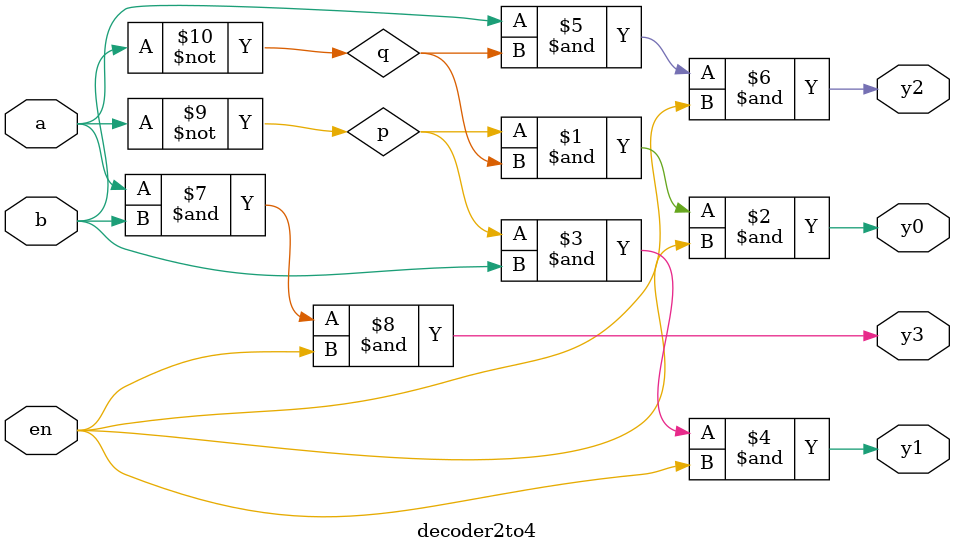
<source format=v>
`timescale 1ns / 1ps


module decoder2to4(y0,y1,y2,y3,a,b,en);
input a,b,en;
output y0,y1,y2,y3;
wire p,q;
and g1(y0,p,q,en);
and g2(y1,p,b,en);
and g3(y2,a,q,en);
and g4(y3,a,b,en);
not g5(p,a);
not g6(q,b);
endmodule

</source>
